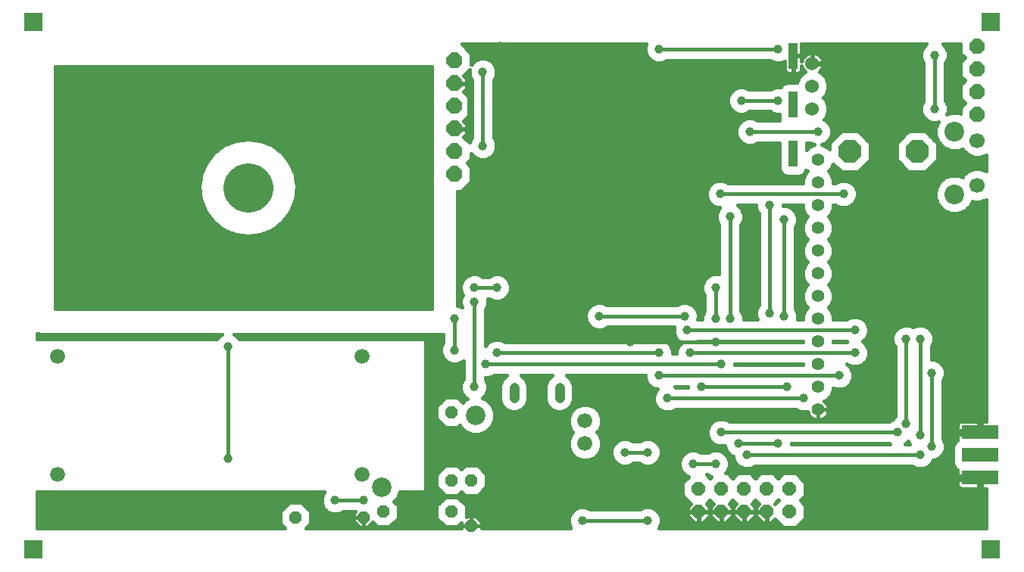
<source format=gtl>
G75*
G70*
%OFA0B0*%
%FSLAX24Y24*%
%IPPOS*%
%LPD*%
%AMOC8*
5,1,8,0,0,1.08239X$1,22.5*
%
%ADD10R,0.1600X0.0600*%
%ADD11C,0.0440*%
%ADD12OC8,0.0600*%
%ADD13C,0.0660*%
%ADD14C,0.0600*%
%ADD15OC8,0.0660*%
%ADD16OC8,0.0520*%
%ADD17R,0.0394X0.1181*%
%ADD18C,0.0860*%
%ADD19OC8,0.0700*%
%ADD20C,0.0560*%
%ADD21C,0.0866*%
%ADD22C,0.0669*%
%ADD23OC8,0.1000*%
%ADD24R,0.0787X0.0787*%
%ADD25C,0.0180*%
%ADD26C,0.0396*%
%ADD27C,0.0160*%
D10*
X042632Y007572D03*
X042632Y008572D03*
X042632Y009572D03*
D11*
X024132Y011102D02*
X024132Y011542D01*
X022132Y011542D02*
X022132Y011102D01*
D12*
X030257Y007072D03*
X031257Y007072D03*
X032257Y007072D03*
X033257Y007072D03*
X034257Y007072D03*
X034257Y006072D03*
X033257Y006072D03*
X032257Y006072D03*
X031257Y006072D03*
X030257Y006072D03*
D13*
X025257Y009072D03*
X025257Y010072D03*
X015436Y007716D03*
X015436Y012924D03*
X002044Y012924D03*
X002044Y007716D03*
D14*
X035257Y023822D03*
X035257Y024822D03*
X035257Y025822D03*
D15*
X042507Y025572D03*
X042507Y024572D03*
X042507Y023572D03*
X042507Y026572D03*
D16*
X019382Y010447D03*
X019382Y007447D03*
X020257Y007447D03*
X019382Y006072D03*
X020257Y005447D03*
X016382Y006072D03*
X015507Y005822D03*
X012507Y005822D03*
D17*
X034411Y021840D03*
X034411Y024005D03*
X034411Y026170D03*
D18*
X020452Y010323D03*
X016318Y007170D03*
D19*
X019507Y020947D03*
X019507Y021947D03*
X019507Y022947D03*
X019507Y023947D03*
X019507Y024947D03*
X019507Y025947D03*
D20*
X035507Y021572D03*
X035507Y020572D03*
X035507Y019572D03*
X035507Y018572D03*
X035507Y017572D03*
X035507Y016572D03*
X035507Y015572D03*
X035507Y014572D03*
X035507Y013572D03*
X035507Y012572D03*
X035507Y011572D03*
X035507Y010572D03*
D21*
X041523Y020069D03*
X041523Y022825D03*
D22*
X042507Y022432D03*
X042507Y020463D03*
D23*
X039862Y021947D03*
X036902Y021947D03*
D24*
X000974Y004415D03*
X000974Y027643D03*
X043100Y027643D03*
X043100Y004415D03*
D25*
X040007Y008572D02*
X032382Y008572D01*
X032007Y009072D02*
X033757Y009072D01*
X031239Y009572D02*
X039007Y009572D01*
X039382Y009947D02*
X039382Y013697D01*
X040007Y013697D02*
X040007Y009447D01*
X040507Y008947D02*
X040507Y012197D01*
X037132Y013072D02*
X029882Y013072D01*
X029757Y014072D02*
X037132Y014072D01*
X036444Y012072D02*
X028507Y012072D01*
X028882Y011072D02*
X034882Y011072D01*
X034132Y011572D02*
X030382Y011572D01*
X031257Y012572D02*
X020882Y012572D01*
X021382Y013072D02*
X028507Y013072D01*
X027234Y013550D02*
X031007Y013550D01*
X031007Y014572D02*
X031007Y015947D01*
X029632Y014697D02*
X025882Y014697D01*
X021382Y015947D02*
X020382Y015947D01*
X020382Y015322D02*
X020382Y011572D01*
X019507Y013197D02*
X019507Y014572D01*
X027007Y008697D02*
X028007Y008697D01*
X030007Y008197D02*
X031007Y008197D01*
X028007Y005697D02*
X025132Y005697D01*
X015507Y006572D02*
X014257Y006572D01*
X009547Y008413D02*
X009547Y013350D01*
X020757Y022197D02*
X020757Y025447D01*
X020132Y024947D02*
X020132Y023197D01*
X021507Y023947D02*
X021507Y026572D01*
X028507Y026447D02*
X033757Y026447D01*
X033757Y024197D02*
X032132Y024197D01*
X032507Y022822D02*
X035507Y022822D01*
X036632Y020072D02*
X031199Y020072D01*
X031632Y019072D02*
X031632Y014572D01*
X033382Y014822D02*
X033382Y019572D01*
X034007Y018947D02*
X034007Y014697D01*
X040632Y023822D02*
X040632Y026197D01*
D26*
X040632Y026197D03*
X040632Y023822D03*
X035507Y022822D03*
X033757Y024197D03*
X032132Y024197D03*
X032507Y022822D03*
X031199Y020072D03*
X031632Y019072D03*
X033382Y019572D03*
X034007Y018947D03*
X036632Y020072D03*
X041632Y018697D03*
X037132Y014072D03*
X037132Y013072D03*
X036444Y012072D03*
X034882Y011072D03*
X034132Y011572D03*
X031257Y012572D03*
X031007Y013550D03*
X029882Y013072D03*
X029757Y014072D03*
X029632Y014697D03*
X031007Y014572D03*
X031632Y014572D03*
X033382Y014822D03*
X034007Y014697D03*
X031007Y015947D03*
X027234Y013550D03*
X028507Y013072D03*
X028507Y012072D03*
X028882Y011072D03*
X030382Y011572D03*
X031239Y009572D03*
X032007Y009072D03*
X032382Y008572D03*
X031007Y008197D03*
X030007Y008197D03*
X028007Y008697D03*
X027007Y008697D03*
X028007Y005697D03*
X025132Y005697D03*
X033757Y009072D03*
X039007Y009572D03*
X039382Y009947D03*
X040007Y009447D03*
X040507Y008947D03*
X040007Y008572D03*
X040507Y012197D03*
X040007Y013697D03*
X039382Y013697D03*
X041632Y013697D03*
X025882Y014697D03*
X021382Y015947D03*
X020382Y015947D03*
X020382Y015322D03*
X019507Y014572D03*
X019507Y013197D03*
X020882Y012572D03*
X021382Y013072D03*
X020382Y011572D03*
X015507Y006572D03*
X014257Y006572D03*
X009547Y008413D03*
X009547Y013350D03*
X020757Y022197D03*
X020132Y023197D03*
X021507Y023947D03*
X020132Y024947D03*
X020757Y025447D03*
X021507Y026572D03*
X028507Y026447D03*
X033757Y026447D03*
D27*
X034392Y026152D02*
X034429Y026152D01*
X034429Y026189D01*
X034787Y026189D01*
X034787Y026679D01*
X040268Y026679D01*
X040125Y026536D01*
X040034Y026316D01*
X040034Y026078D01*
X040125Y025858D01*
X040142Y025841D01*
X040142Y024178D01*
X040125Y024161D01*
X040034Y023941D01*
X040034Y023703D01*
X040125Y023483D01*
X040293Y023315D01*
X040513Y023224D01*
X040751Y023224D01*
X040793Y023242D01*
X040690Y022991D01*
X040690Y022660D01*
X040816Y022353D01*
X041051Y022119D01*
X041357Y021992D01*
X041688Y021992D01*
X041864Y022065D01*
X041884Y022015D01*
X042091Y021809D01*
X042361Y021697D01*
X042653Y021697D01*
X042912Y021804D01*
X042912Y021090D01*
X042653Y021198D01*
X042361Y021198D01*
X042091Y021086D01*
X041884Y020879D01*
X041864Y020830D01*
X041688Y020902D01*
X041357Y020902D01*
X041051Y020776D01*
X040816Y020541D01*
X040690Y020235D01*
X040690Y019904D01*
X040816Y019597D01*
X041051Y019363D01*
X041357Y019236D01*
X041688Y019236D01*
X041994Y019363D01*
X042229Y019597D01*
X042294Y019756D01*
X042361Y019728D01*
X042653Y019728D01*
X042912Y019836D01*
X042912Y010052D01*
X042702Y010052D01*
X042702Y009642D01*
X042562Y009642D01*
X042562Y009502D01*
X041652Y009502D01*
X041652Y009249D01*
X041656Y009232D01*
X041605Y009211D01*
X041493Y009099D01*
X041432Y008952D01*
X041432Y008193D01*
X041493Y008046D01*
X041605Y007933D01*
X041656Y007912D01*
X041652Y007896D01*
X041652Y007642D01*
X042562Y007642D01*
X042562Y007502D01*
X042702Y007502D01*
X042702Y007092D01*
X042912Y007092D01*
X042912Y005367D01*
X028517Y005367D01*
X028605Y005578D01*
X028605Y005816D01*
X028514Y006036D01*
X028346Y006204D01*
X028126Y006295D01*
X027888Y006295D01*
X027668Y006204D01*
X027651Y006187D01*
X025488Y006187D01*
X025471Y006204D01*
X025251Y006295D01*
X025013Y006295D01*
X024793Y006204D01*
X024625Y006036D01*
X024534Y005816D01*
X024534Y005578D01*
X024621Y005367D01*
X020697Y005367D01*
X020697Y005447D01*
X020257Y005447D01*
X020257Y005447D01*
X020697Y005447D01*
X020697Y005630D01*
X020439Y005887D01*
X020257Y005887D01*
X020257Y005447D01*
X019817Y005447D01*
X019817Y005367D01*
X012985Y005367D01*
X013167Y005549D01*
X013167Y006096D01*
X012780Y006482D01*
X012233Y006482D01*
X011847Y006096D01*
X011847Y005549D01*
X012029Y005367D01*
X001139Y005367D01*
X001139Y006947D01*
X013786Y006947D01*
X013750Y006911D01*
X013659Y006691D01*
X013659Y006453D01*
X013750Y006233D01*
X013918Y006065D01*
X014138Y005974D01*
X014376Y005974D01*
X014596Y006065D01*
X014613Y006082D01*
X015145Y006082D01*
X015067Y006005D01*
X015067Y005822D01*
X015067Y005640D01*
X015325Y005382D01*
X015507Y005382D01*
X015689Y005382D01*
X015914Y005607D01*
X016108Y005412D01*
X016655Y005412D01*
X017042Y005799D01*
X017042Y006346D01*
X016855Y006533D01*
X017021Y006700D01*
X017124Y006947D01*
X018257Y006947D01*
X018257Y013697D01*
X010046Y013697D01*
X009886Y013857D01*
X009821Y013884D01*
X019017Y013884D01*
X019017Y013553D01*
X019000Y013536D01*
X018909Y013316D01*
X018909Y013078D01*
X019000Y012858D01*
X019168Y012690D01*
X019388Y012599D01*
X019626Y012599D01*
X019846Y012690D01*
X019892Y012736D01*
X019892Y011928D01*
X019875Y011911D01*
X019784Y011691D01*
X019784Y011453D01*
X019875Y011233D01*
X020043Y011065D01*
X020059Y011059D01*
X019982Y011027D01*
X019859Y010904D01*
X019655Y011107D01*
X019108Y011107D01*
X018722Y010721D01*
X018722Y010174D01*
X019108Y009787D01*
X019655Y009787D01*
X019740Y009872D01*
X019748Y009853D01*
X019982Y009620D01*
X020287Y009493D01*
X020617Y009493D01*
X020922Y009620D01*
X021155Y009853D01*
X021282Y010158D01*
X021282Y010488D01*
X021155Y010793D01*
X020922Y011027D01*
X020752Y011097D01*
X020889Y011233D01*
X020980Y011453D01*
X020980Y011691D01*
X020889Y011911D01*
X020872Y011928D01*
X020872Y011974D01*
X021001Y011974D01*
X021221Y012065D01*
X021238Y012082D01*
X021815Y012082D01*
X021781Y012068D01*
X021606Y011893D01*
X021512Y011666D01*
X021512Y010979D01*
X021606Y010751D01*
X021781Y010577D01*
X022008Y010482D01*
X022255Y010482D01*
X022483Y010577D01*
X022657Y010751D01*
X022752Y010979D01*
X022752Y011666D01*
X022657Y011893D01*
X022483Y012068D01*
X022448Y012082D01*
X023815Y012082D01*
X023781Y012068D01*
X023606Y011893D01*
X023512Y011666D01*
X023512Y010979D01*
X023606Y010751D01*
X023781Y010577D01*
X024008Y010482D01*
X024255Y010482D01*
X024483Y010577D01*
X024657Y010751D01*
X024752Y010979D01*
X024752Y011666D01*
X024657Y011893D01*
X024483Y012068D01*
X024448Y012082D01*
X027909Y012082D01*
X027909Y011953D01*
X028000Y011733D01*
X028168Y011565D01*
X028388Y011474D01*
X028438Y011474D01*
X028375Y011411D01*
X028284Y011191D01*
X028284Y010953D01*
X028375Y010733D01*
X028543Y010565D01*
X028763Y010474D01*
X029001Y010474D01*
X029221Y010565D01*
X029238Y010582D01*
X034526Y010582D01*
X034543Y010565D01*
X034763Y010474D01*
X035001Y010474D01*
X035053Y010496D01*
X035058Y010465D01*
X035081Y010396D01*
X035113Y010331D01*
X035156Y010273D01*
X035207Y010221D01*
X035266Y010179D01*
X035330Y010146D01*
X035399Y010124D01*
X035471Y010112D01*
X035507Y010112D01*
X035543Y010112D01*
X035615Y010124D01*
X035683Y010146D01*
X035748Y010179D01*
X035806Y010221D01*
X035858Y010273D01*
X035900Y010331D01*
X035933Y010396D01*
X035955Y010465D01*
X035967Y010536D01*
X035967Y010572D01*
X035507Y010572D01*
X035507Y010112D01*
X035507Y010572D01*
X035507Y010572D01*
X035507Y010572D01*
X035967Y010572D01*
X035967Y010608D01*
X035955Y010680D01*
X035933Y010749D01*
X035900Y010813D01*
X035858Y010872D01*
X035806Y010923D01*
X035774Y010947D01*
X035892Y010996D01*
X036083Y011187D01*
X036187Y011437D01*
X036187Y011531D01*
X036325Y011474D01*
X036563Y011474D01*
X036783Y011565D01*
X036951Y011733D01*
X037042Y011953D01*
X037042Y012191D01*
X036951Y012411D01*
X036799Y012563D01*
X037013Y012474D01*
X037251Y012474D01*
X037471Y012565D01*
X037639Y012733D01*
X037730Y012953D01*
X037730Y013191D01*
X037639Y013411D01*
X037478Y013572D01*
X037639Y013733D01*
X037730Y013953D01*
X037730Y014191D01*
X037639Y014411D01*
X037471Y014579D01*
X037251Y014670D01*
X037013Y014670D01*
X036793Y014579D01*
X036776Y014562D01*
X036187Y014562D01*
X036187Y014708D01*
X036083Y014957D01*
X035968Y015072D01*
X036083Y015187D01*
X036187Y015437D01*
X036187Y015708D01*
X036083Y015957D01*
X035968Y016072D01*
X036083Y016187D01*
X036187Y016437D01*
X036187Y016708D01*
X036083Y016957D01*
X035968Y017072D01*
X036083Y017187D01*
X036187Y017437D01*
X036187Y017708D01*
X036083Y017957D01*
X035968Y018072D01*
X036083Y018187D01*
X036187Y018437D01*
X036187Y018708D01*
X036083Y018957D01*
X035968Y019072D01*
X036083Y019187D01*
X036187Y019437D01*
X036187Y019582D01*
X036276Y019582D01*
X036293Y019565D01*
X036513Y019474D01*
X036751Y019474D01*
X036971Y019565D01*
X037139Y019733D01*
X037230Y019953D01*
X037230Y020191D01*
X037139Y020411D01*
X036971Y020579D01*
X036751Y020670D01*
X036513Y020670D01*
X036293Y020579D01*
X036276Y020562D01*
X036187Y020562D01*
X036187Y020708D01*
X036083Y020957D01*
X035968Y021072D01*
X036083Y021187D01*
X036173Y021403D01*
X036529Y021047D01*
X037275Y021047D01*
X037802Y021574D01*
X037802Y022320D01*
X037275Y022847D01*
X036529Y022847D01*
X036002Y022320D01*
X036002Y022039D01*
X035892Y022149D01*
X035668Y022242D01*
X035846Y022315D01*
X036014Y022483D01*
X036105Y022703D01*
X036105Y022941D01*
X036014Y023161D01*
X035846Y023329D01*
X035781Y023356D01*
X035850Y023426D01*
X035957Y023683D01*
X035957Y023961D01*
X035850Y024219D01*
X035747Y024322D01*
X035850Y024426D01*
X035957Y024683D01*
X035957Y024961D01*
X035850Y025219D01*
X035653Y025416D01*
X035564Y025452D01*
X035570Y025456D01*
X035623Y025510D01*
X035667Y025571D01*
X035702Y025638D01*
X035725Y025710D01*
X035737Y025784D01*
X035737Y025802D01*
X035277Y025802D01*
X035277Y025842D01*
X035737Y025842D01*
X035737Y025860D01*
X035725Y025935D01*
X035702Y026007D01*
X035667Y026074D01*
X035623Y026135D01*
X035570Y026188D01*
X035508Y026233D01*
X035441Y026267D01*
X035369Y026290D01*
X035295Y026302D01*
X035277Y026302D01*
X035277Y025842D01*
X035237Y025842D01*
X035237Y026302D01*
X035219Y026302D01*
X035144Y026290D01*
X035073Y026267D01*
X035005Y026233D01*
X034944Y026188D01*
X034891Y026135D01*
X034846Y026074D01*
X034812Y026007D01*
X034789Y025935D01*
X034787Y025927D01*
X034787Y026152D01*
X034429Y026152D01*
X034429Y025400D01*
X034631Y025400D01*
X034677Y025412D01*
X034718Y025436D01*
X034751Y025469D01*
X034775Y025510D01*
X034787Y025556D01*
X034787Y025717D01*
X034789Y025710D01*
X034812Y025638D01*
X034846Y025571D01*
X034891Y025510D01*
X034944Y025456D01*
X034949Y025452D01*
X034860Y025416D01*
X034663Y025219D01*
X034571Y024996D01*
X034134Y024996D01*
X033987Y024935D01*
X033875Y024822D01*
X033864Y024795D01*
X033638Y024795D01*
X033418Y024704D01*
X033401Y024687D01*
X032488Y024687D01*
X032471Y024704D01*
X032251Y024795D01*
X032013Y024795D01*
X031793Y024704D01*
X031625Y024536D01*
X031534Y024316D01*
X031534Y024078D01*
X031625Y023858D01*
X031793Y023690D01*
X032013Y023599D01*
X032251Y023599D01*
X032471Y023690D01*
X032488Y023707D01*
X033401Y023707D01*
X033418Y023690D01*
X033638Y023599D01*
X033814Y023599D01*
X033814Y023335D01*
X033823Y023312D01*
X032863Y023312D01*
X032846Y023329D01*
X032626Y023420D01*
X032388Y023420D01*
X032168Y023329D01*
X032000Y023161D01*
X031909Y022941D01*
X031909Y022703D01*
X032000Y022483D01*
X032168Y022315D01*
X032388Y022224D01*
X032626Y022224D01*
X032846Y022315D01*
X032863Y022332D01*
X033814Y022332D01*
X033814Y021170D01*
X033875Y021023D01*
X033987Y020910D01*
X034134Y020849D01*
X034687Y020849D01*
X034834Y020910D01*
X034947Y021023D01*
X034990Y021127D01*
X035045Y021072D01*
X034930Y020957D01*
X034827Y020708D01*
X034827Y020562D01*
X031555Y020562D01*
X031538Y020579D01*
X031318Y020670D01*
X031080Y020670D01*
X030860Y020579D01*
X030692Y020411D01*
X030601Y020191D01*
X030601Y019953D01*
X030692Y019733D01*
X030860Y019565D01*
X031080Y019474D01*
X031188Y019474D01*
X031125Y019411D01*
X031034Y019191D01*
X031034Y018953D01*
X031125Y018733D01*
X031142Y018716D01*
X031142Y016539D01*
X031126Y016545D01*
X030888Y016545D01*
X030668Y016454D01*
X030500Y016286D01*
X030409Y016066D01*
X030409Y015828D01*
X030500Y015608D01*
X030517Y015591D01*
X030517Y014928D01*
X030500Y014911D01*
X030409Y014691D01*
X030409Y014562D01*
X030223Y014562D01*
X030230Y014578D01*
X030230Y014816D01*
X030139Y015036D01*
X029971Y015204D01*
X029751Y015295D01*
X029513Y015295D01*
X029293Y015204D01*
X029276Y015187D01*
X026238Y015187D01*
X026221Y015204D01*
X026001Y015295D01*
X025763Y015295D01*
X025543Y015204D01*
X025375Y015036D01*
X025284Y014816D01*
X025284Y014578D01*
X025375Y014358D01*
X025543Y014190D01*
X025763Y014099D01*
X026001Y014099D01*
X026221Y014190D01*
X026238Y014207D01*
X029165Y014207D01*
X029159Y014191D01*
X029159Y013953D01*
X029250Y013733D01*
X029418Y013565D01*
X029496Y013533D01*
X029375Y013411D01*
X029284Y013191D01*
X029284Y013062D01*
X029105Y013062D01*
X029105Y013191D01*
X029014Y013411D01*
X028846Y013579D01*
X028626Y013670D01*
X028388Y013670D01*
X028168Y013579D01*
X028151Y013562D01*
X021738Y013562D01*
X021721Y013579D01*
X021501Y013670D01*
X021263Y013670D01*
X021043Y013579D01*
X020875Y013411D01*
X020872Y013404D01*
X020872Y014966D01*
X020889Y014983D01*
X020980Y015203D01*
X020980Y015441D01*
X020973Y015457D01*
X021026Y015457D01*
X021043Y015440D01*
X021263Y015349D01*
X021501Y015349D01*
X021721Y015440D01*
X021889Y015608D01*
X021980Y015828D01*
X021980Y016066D01*
X021889Y016286D01*
X021721Y016454D01*
X021501Y016545D01*
X021263Y016545D01*
X021043Y016454D01*
X021026Y016437D01*
X020738Y016437D01*
X020721Y016454D01*
X020501Y016545D01*
X020263Y016545D01*
X020043Y016454D01*
X019875Y016286D01*
X019784Y016066D01*
X019784Y015828D01*
X019864Y015635D01*
X019784Y015441D01*
X019784Y015203D01*
X019833Y015085D01*
X019655Y015158D01*
X019655Y020197D01*
X019817Y020197D01*
X020257Y020637D01*
X020257Y021258D01*
X020067Y021447D01*
X020257Y021637D01*
X020257Y021851D01*
X020418Y021690D01*
X020638Y021599D01*
X020876Y021599D01*
X021096Y021690D01*
X021264Y021858D01*
X021355Y022078D01*
X021355Y022316D01*
X021264Y022536D01*
X021247Y022553D01*
X021247Y025091D01*
X021264Y025108D01*
X021355Y025328D01*
X021355Y025566D01*
X021264Y025786D01*
X021096Y025954D01*
X020876Y026045D01*
X020638Y026045D01*
X020418Y025954D01*
X020257Y025793D01*
X020257Y026258D01*
X019835Y026679D01*
X027956Y026679D01*
X027909Y026566D01*
X027909Y026328D01*
X028000Y026108D01*
X028168Y025940D01*
X028388Y025849D01*
X028626Y025849D01*
X028846Y025940D01*
X028863Y025957D01*
X033401Y025957D01*
X033418Y025940D01*
X033638Y025849D01*
X033876Y025849D01*
X034034Y025915D01*
X034034Y025556D01*
X034046Y025510D01*
X034070Y025469D01*
X034103Y025436D01*
X034144Y025412D01*
X034190Y025400D01*
X034392Y025400D01*
X034392Y026152D01*
X034392Y026114D02*
X034429Y026114D01*
X034429Y025955D02*
X034392Y025955D01*
X034392Y025797D02*
X034429Y025797D01*
X034429Y025638D02*
X034392Y025638D01*
X034392Y025480D02*
X034429Y025480D01*
X034758Y025480D02*
X034920Y025480D01*
X034812Y025638D02*
X034787Y025638D01*
X034787Y025955D02*
X034795Y025955D01*
X034787Y026114D02*
X034875Y026114D01*
X034787Y026272D02*
X035089Y026272D01*
X035237Y026272D02*
X035277Y026272D01*
X035425Y026272D02*
X040034Y026272D01*
X040034Y026114D02*
X035638Y026114D01*
X035718Y025955D02*
X040085Y025955D01*
X040142Y025797D02*
X035737Y025797D01*
X035702Y025638D02*
X040142Y025638D01*
X040142Y025480D02*
X035593Y025480D01*
X035748Y025321D02*
X040142Y025321D01*
X040142Y025163D02*
X035873Y025163D01*
X035939Y025004D02*
X040142Y025004D01*
X040142Y024846D02*
X035957Y024846D01*
X035957Y024687D02*
X040142Y024687D01*
X040142Y024529D02*
X035893Y024529D01*
X035795Y024370D02*
X040142Y024370D01*
X040142Y024212D02*
X035853Y024212D01*
X035919Y024053D02*
X040080Y024053D01*
X040034Y023895D02*
X035957Y023895D01*
X035957Y023736D02*
X040034Y023736D01*
X040086Y023578D02*
X035913Y023578D01*
X035844Y023419D02*
X040189Y023419D01*
X040424Y023261D02*
X035914Y023261D01*
X036038Y023102D02*
X040736Y023102D01*
X040690Y022944D02*
X036104Y022944D01*
X036105Y022785D02*
X036467Y022785D01*
X036309Y022627D02*
X036073Y022627D01*
X035999Y022468D02*
X036150Y022468D01*
X036002Y022310D02*
X035833Y022310D01*
X035886Y022151D02*
X036002Y022151D01*
X035346Y022242D02*
X035122Y022149D01*
X035007Y022035D01*
X035007Y022332D01*
X035151Y022332D01*
X035168Y022315D01*
X035346Y022242D01*
X035181Y022310D02*
X035007Y022310D01*
X035007Y022151D02*
X035128Y022151D01*
X036154Y021359D02*
X036217Y021359D01*
X036089Y021200D02*
X036376Y021200D01*
X035999Y021042D02*
X042047Y021042D01*
X041888Y020883D02*
X041734Y020883D01*
X041311Y020883D02*
X036114Y020883D01*
X036180Y020725D02*
X041000Y020725D01*
X040841Y020566D02*
X036984Y020566D01*
X037140Y020408D02*
X040761Y020408D01*
X040695Y020249D02*
X037206Y020249D01*
X037230Y020091D02*
X040690Y020091D01*
X040690Y019932D02*
X037221Y019932D01*
X037156Y019774D02*
X040743Y019774D01*
X040809Y019615D02*
X037021Y019615D01*
X036187Y019457D02*
X040957Y019457D01*
X041207Y019298D02*
X036129Y019298D01*
X036036Y019140D02*
X042912Y019140D01*
X042912Y019298D02*
X041838Y019298D01*
X042088Y019457D02*
X042912Y019457D01*
X042912Y019615D02*
X042236Y019615D01*
X042763Y019774D02*
X042912Y019774D01*
X042912Y018981D02*
X036059Y018981D01*
X036139Y018823D02*
X042912Y018823D01*
X042912Y018664D02*
X036187Y018664D01*
X036187Y018506D02*
X042912Y018506D01*
X042912Y018347D02*
X036150Y018347D01*
X036084Y018189D02*
X042912Y018189D01*
X042912Y018030D02*
X036010Y018030D01*
X036119Y017872D02*
X042912Y017872D01*
X042912Y017713D02*
X036184Y017713D01*
X036187Y017555D02*
X042912Y017555D01*
X042912Y017396D02*
X036170Y017396D01*
X036104Y017238D02*
X042912Y017238D01*
X042912Y017079D02*
X035976Y017079D01*
X036098Y016921D02*
X042912Y016921D01*
X042912Y016762D02*
X036164Y016762D01*
X036187Y016604D02*
X042912Y016604D01*
X042912Y016445D02*
X036187Y016445D01*
X036125Y016287D02*
X042912Y016287D01*
X042912Y016128D02*
X036025Y016128D01*
X036071Y015970D02*
X042912Y015970D01*
X042912Y015811D02*
X036144Y015811D01*
X036187Y015653D02*
X042912Y015653D01*
X042912Y015494D02*
X036187Y015494D01*
X036145Y015336D02*
X042912Y015336D01*
X042912Y015177D02*
X036074Y015177D01*
X036022Y015019D02*
X042912Y015019D01*
X042912Y014860D02*
X036124Y014860D01*
X036187Y014702D02*
X042912Y014702D01*
X042912Y014543D02*
X037507Y014543D01*
X037650Y014385D02*
X042912Y014385D01*
X042912Y014226D02*
X040293Y014226D01*
X040346Y014204D02*
X040126Y014295D01*
X039888Y014295D01*
X039694Y014215D01*
X039501Y014295D01*
X039263Y014295D01*
X039043Y014204D01*
X038875Y014036D01*
X038784Y013816D01*
X038784Y013578D01*
X038875Y013358D01*
X038892Y013341D01*
X038892Y010303D01*
X038875Y010286D01*
X038814Y010140D01*
X038668Y010079D01*
X038651Y010062D01*
X031595Y010062D01*
X031578Y010079D01*
X031358Y010170D01*
X031120Y010170D01*
X030900Y010079D01*
X030732Y009911D01*
X030641Y009691D01*
X030641Y009453D01*
X030732Y009233D01*
X030900Y009065D01*
X031120Y008974D01*
X031358Y008974D01*
X031409Y008995D01*
X031409Y008953D01*
X031500Y008733D01*
X031668Y008565D01*
X031784Y008517D01*
X031784Y008453D01*
X031875Y008233D01*
X032043Y008065D01*
X032263Y007974D01*
X032501Y007974D01*
X032721Y008065D01*
X032738Y008082D01*
X039651Y008082D01*
X039668Y008065D01*
X039888Y007974D01*
X040126Y007974D01*
X040346Y008065D01*
X040514Y008233D01*
X040562Y008349D01*
X040626Y008349D01*
X040846Y008440D01*
X041014Y008608D01*
X041105Y008828D01*
X041105Y009066D01*
X041014Y009286D01*
X040997Y009303D01*
X040997Y011841D01*
X041014Y011858D01*
X041105Y012078D01*
X041105Y012316D01*
X041014Y012536D01*
X040846Y012704D01*
X040626Y012795D01*
X040497Y012795D01*
X040497Y013341D01*
X040514Y013358D01*
X040605Y013578D01*
X040605Y013816D01*
X040514Y014036D01*
X040346Y014204D01*
X040482Y014068D02*
X042912Y014068D01*
X042912Y013909D02*
X040566Y013909D01*
X040605Y013751D02*
X042912Y013751D01*
X042912Y013592D02*
X040605Y013592D01*
X040545Y013434D02*
X042912Y013434D01*
X042912Y013275D02*
X040497Y013275D01*
X040497Y013117D02*
X042912Y013117D01*
X042912Y012958D02*
X040497Y012958D01*
X040497Y012800D02*
X042912Y012800D01*
X042912Y012641D02*
X040909Y012641D01*
X041036Y012483D02*
X042912Y012483D01*
X042912Y012324D02*
X041102Y012324D01*
X041105Y012166D02*
X042912Y012166D01*
X042912Y012007D02*
X041076Y012007D01*
X041004Y011849D02*
X042912Y011849D01*
X042912Y011690D02*
X040997Y011690D01*
X040997Y011532D02*
X042912Y011532D01*
X042912Y011373D02*
X040997Y011373D01*
X040997Y011215D02*
X042912Y011215D01*
X042912Y011056D02*
X040997Y011056D01*
X040997Y010898D02*
X042912Y010898D01*
X042912Y010739D02*
X040997Y010739D01*
X040997Y010581D02*
X042912Y010581D01*
X042912Y010422D02*
X040997Y010422D01*
X040997Y010264D02*
X042912Y010264D01*
X042912Y010105D02*
X040997Y010105D01*
X040997Y009947D02*
X041667Y009947D01*
X041664Y009942D02*
X041652Y009896D01*
X041652Y009642D01*
X042562Y009642D01*
X042562Y010052D01*
X041808Y010052D01*
X041762Y010040D01*
X041721Y010016D01*
X041688Y009983D01*
X041664Y009942D01*
X041652Y009788D02*
X040997Y009788D01*
X040997Y009630D02*
X042562Y009630D01*
X042562Y009788D02*
X042702Y009788D01*
X042702Y009947D02*
X042562Y009947D01*
X041652Y009471D02*
X040997Y009471D01*
X040997Y009313D02*
X041652Y009313D01*
X041548Y009154D02*
X041068Y009154D01*
X041105Y008996D02*
X041450Y008996D01*
X041432Y008837D02*
X041105Y008837D01*
X041043Y008679D02*
X041432Y008679D01*
X041432Y008520D02*
X040926Y008520D01*
X040656Y008362D02*
X041432Y008362D01*
X041432Y008203D02*
X040484Y008203D01*
X040296Y008045D02*
X041494Y008045D01*
X041652Y007886D02*
X031525Y007886D01*
X031514Y007858D02*
X031605Y008078D01*
X031605Y008316D01*
X031514Y008536D01*
X031346Y008704D01*
X031126Y008795D01*
X030888Y008795D01*
X030668Y008704D01*
X030651Y008687D01*
X030363Y008687D01*
X030346Y008704D01*
X030126Y008795D01*
X029888Y008795D01*
X029668Y008704D01*
X029500Y008536D01*
X029409Y008316D01*
X029409Y008078D01*
X029500Y007858D01*
X029668Y007690D01*
X029821Y007627D01*
X029557Y007362D01*
X029557Y006782D01*
X029922Y006417D01*
X029777Y006271D01*
X029777Y006092D01*
X030237Y006092D01*
X030237Y006052D01*
X030277Y006052D01*
X030277Y006092D01*
X030737Y006092D01*
X030737Y006271D01*
X030591Y006417D01*
X030757Y006582D01*
X030922Y006417D01*
X030777Y006271D01*
X030777Y006092D01*
X031237Y006092D01*
X031237Y006052D01*
X031277Y006052D01*
X031277Y006092D01*
X031737Y006092D01*
X031737Y006271D01*
X031591Y006417D01*
X031757Y006582D01*
X031922Y006417D01*
X031777Y006271D01*
X031777Y006092D01*
X032237Y006092D01*
X032237Y006052D01*
X032277Y006052D01*
X032277Y006092D01*
X032737Y006092D01*
X032737Y006271D01*
X032591Y006417D01*
X032757Y006582D01*
X032922Y006417D01*
X032777Y006271D01*
X032777Y006092D01*
X033237Y006092D01*
X033237Y006052D01*
X033277Y006052D01*
X033277Y005592D01*
X033456Y005592D01*
X033601Y005738D01*
X033967Y005372D01*
X034547Y005372D01*
X034957Y005782D01*
X034957Y006362D01*
X034747Y006572D01*
X034957Y006782D01*
X034957Y007362D01*
X034547Y007772D01*
X033967Y007772D01*
X033757Y007562D01*
X033547Y007772D01*
X032967Y007772D01*
X032757Y007562D01*
X032547Y007772D01*
X031967Y007772D01*
X031757Y007562D01*
X031547Y007772D01*
X031428Y007772D01*
X031514Y007858D01*
X031591Y007728D02*
X031922Y007728D01*
X031764Y007569D02*
X031750Y007569D01*
X031591Y008045D02*
X032092Y008045D01*
X031905Y008203D02*
X031605Y008203D01*
X031586Y008362D02*
X031822Y008362D01*
X031776Y008520D02*
X031520Y008520D01*
X031554Y008679D02*
X031371Y008679D01*
X031457Y008837D02*
X028596Y008837D01*
X028605Y008816D02*
X028514Y009036D01*
X028346Y009204D01*
X028126Y009295D01*
X027888Y009295D01*
X027668Y009204D01*
X027651Y009187D01*
X027363Y009187D01*
X027346Y009204D01*
X027126Y009295D01*
X026888Y009295D01*
X026668Y009204D01*
X026500Y009036D01*
X026409Y008816D01*
X026409Y008578D01*
X026500Y008358D01*
X026668Y008190D01*
X026888Y008099D01*
X027126Y008099D01*
X027346Y008190D01*
X027363Y008207D01*
X027651Y008207D01*
X027668Y008190D01*
X027888Y008099D01*
X028126Y008099D01*
X028346Y008190D01*
X028514Y008358D01*
X028605Y008578D01*
X028605Y008816D01*
X028605Y008679D02*
X029642Y008679D01*
X029493Y008520D02*
X028581Y008520D01*
X028515Y008362D02*
X029428Y008362D01*
X029409Y008203D02*
X028359Y008203D01*
X027655Y008203D02*
X027359Y008203D01*
X026655Y008203D02*
X018257Y008203D01*
X018257Y008045D02*
X019046Y008045D01*
X019108Y008107D02*
X018722Y007721D01*
X018722Y007174D01*
X019108Y006787D01*
X019655Y006787D01*
X019819Y006951D01*
X019983Y006787D01*
X020530Y006787D01*
X020917Y007174D01*
X020917Y007721D01*
X020530Y008107D01*
X019983Y008107D01*
X019819Y007943D01*
X019655Y008107D01*
X019108Y008107D01*
X018887Y007886D02*
X018257Y007886D01*
X018257Y007728D02*
X018729Y007728D01*
X018722Y007569D02*
X018257Y007569D01*
X018257Y007411D02*
X018722Y007411D01*
X018722Y007252D02*
X018257Y007252D01*
X018257Y007094D02*
X018802Y007094D01*
X018960Y006935D02*
X017119Y006935D01*
X017053Y006777D02*
X029562Y006777D01*
X029557Y006935D02*
X020678Y006935D01*
X020837Y007094D02*
X029557Y007094D01*
X029557Y007252D02*
X020917Y007252D01*
X020917Y007411D02*
X029605Y007411D01*
X029764Y007569D02*
X020917Y007569D01*
X020910Y007728D02*
X029630Y007728D01*
X029488Y007886D02*
X020751Y007886D01*
X020593Y008045D02*
X029423Y008045D01*
X030612Y007707D02*
X030757Y007562D01*
X030821Y007627D01*
X030668Y007690D01*
X030651Y007707D01*
X030612Y007707D01*
X030750Y007569D02*
X030764Y007569D01*
X029721Y006618D02*
X019769Y006618D01*
X019655Y006732D02*
X020042Y006346D01*
X020042Y005855D01*
X020075Y005887D01*
X020257Y005887D01*
X020257Y005447D01*
X020257Y005447D01*
X020257Y005447D01*
X019817Y005447D01*
X019817Y005574D01*
X019655Y005412D01*
X019108Y005412D01*
X018722Y005799D01*
X018722Y006346D01*
X019108Y006732D01*
X019655Y006732D01*
X019803Y006935D02*
X019835Y006935D01*
X019928Y006460D02*
X029879Y006460D01*
X029807Y006301D02*
X020042Y006301D01*
X020042Y006143D02*
X024731Y006143D01*
X024603Y005984D02*
X020042Y005984D01*
X020257Y005826D02*
X020257Y005826D01*
X020257Y005667D02*
X020257Y005667D01*
X020257Y005509D02*
X020257Y005509D01*
X020501Y005826D02*
X024538Y005826D01*
X024534Y005667D02*
X020659Y005667D01*
X020697Y005509D02*
X024563Y005509D01*
X028407Y006143D02*
X029777Y006143D01*
X029777Y006052D02*
X029777Y005873D01*
X030058Y005592D01*
X030237Y005592D01*
X030237Y006052D01*
X029777Y006052D01*
X029777Y005984D02*
X028535Y005984D01*
X028601Y005826D02*
X029824Y005826D01*
X029983Y005667D02*
X028605Y005667D01*
X028576Y005509D02*
X033830Y005509D01*
X033672Y005667D02*
X033531Y005667D01*
X033277Y005667D02*
X033237Y005667D01*
X033237Y005592D02*
X033058Y005592D01*
X032777Y005873D01*
X032777Y006052D01*
X033237Y006052D01*
X033237Y005592D01*
X033237Y005826D02*
X033277Y005826D01*
X033277Y005984D02*
X033237Y005984D01*
X032983Y005667D02*
X032531Y005667D01*
X032456Y005592D02*
X032737Y005873D01*
X032737Y006052D01*
X032277Y006052D01*
X032277Y005592D01*
X032456Y005592D01*
X032277Y005667D02*
X032237Y005667D01*
X032237Y005592D02*
X032058Y005592D01*
X031777Y005873D01*
X031777Y006052D01*
X032237Y006052D01*
X032237Y005592D01*
X032237Y005826D02*
X032277Y005826D01*
X032277Y005984D02*
X032237Y005984D01*
X031983Y005667D02*
X031531Y005667D01*
X031456Y005592D02*
X031737Y005873D01*
X031737Y006052D01*
X031277Y006052D01*
X031277Y005592D01*
X031456Y005592D01*
X031277Y005667D02*
X031237Y005667D01*
X031237Y005592D02*
X031237Y006052D01*
X030777Y006052D01*
X030777Y005873D01*
X031058Y005592D01*
X031237Y005592D01*
X031237Y005826D02*
X031277Y005826D01*
X031277Y005984D02*
X031237Y005984D01*
X030983Y005667D02*
X030531Y005667D01*
X030456Y005592D02*
X030737Y005873D01*
X030737Y006052D01*
X030277Y006052D01*
X030277Y005592D01*
X030456Y005592D01*
X030277Y005667D02*
X030237Y005667D01*
X030237Y005826D02*
X030277Y005826D01*
X030277Y005984D02*
X030237Y005984D01*
X030689Y005826D02*
X030824Y005826D01*
X030777Y005984D02*
X030737Y005984D01*
X030737Y006143D02*
X030777Y006143D01*
X030807Y006301D02*
X030707Y006301D01*
X030634Y006460D02*
X030879Y006460D01*
X031634Y006460D02*
X031879Y006460D01*
X031807Y006301D02*
X031707Y006301D01*
X031737Y006143D02*
X031777Y006143D01*
X031777Y005984D02*
X031737Y005984D01*
X031689Y005826D02*
X031824Y005826D01*
X032689Y005826D02*
X032824Y005826D01*
X032777Y005984D02*
X032737Y005984D01*
X032737Y006143D02*
X032777Y006143D01*
X032807Y006301D02*
X032707Y006301D01*
X032634Y006460D02*
X032879Y006460D01*
X033591Y006417D02*
X033757Y006582D01*
X033767Y006572D01*
X033601Y006407D01*
X033591Y006417D01*
X033634Y006460D02*
X033654Y006460D01*
X034793Y006618D02*
X042912Y006618D01*
X042912Y006460D02*
X034859Y006460D01*
X034957Y006301D02*
X042912Y006301D01*
X042912Y006143D02*
X034957Y006143D01*
X034957Y005984D02*
X042912Y005984D01*
X042912Y005826D02*
X034957Y005826D01*
X034842Y005667D02*
X042912Y005667D01*
X042912Y005509D02*
X034683Y005509D01*
X034951Y006777D02*
X042912Y006777D01*
X042912Y006935D02*
X034957Y006935D01*
X034957Y007094D02*
X041802Y007094D01*
X041808Y007092D02*
X042562Y007092D01*
X042562Y007502D01*
X041652Y007502D01*
X041652Y007249D01*
X041664Y007203D01*
X041688Y007162D01*
X041721Y007128D01*
X041762Y007105D01*
X041808Y007092D01*
X041652Y007252D02*
X034957Y007252D01*
X034908Y007411D02*
X041652Y007411D01*
X041652Y007728D02*
X034591Y007728D01*
X034750Y007569D02*
X042562Y007569D01*
X042562Y007411D02*
X042702Y007411D01*
X042702Y007252D02*
X042562Y007252D01*
X042562Y007094D02*
X042702Y007094D01*
X039717Y008045D02*
X032671Y008045D01*
X032591Y007728D02*
X032922Y007728D01*
X032764Y007569D02*
X032750Y007569D01*
X033591Y007728D02*
X033922Y007728D01*
X033764Y007569D02*
X033750Y007569D01*
X034355Y009062D02*
X034355Y009082D01*
X038651Y009082D01*
X038668Y009065D01*
X038675Y009062D01*
X034355Y009062D01*
X035165Y010264D02*
X025968Y010264D01*
X025987Y010217D02*
X025876Y010486D01*
X025670Y010691D01*
X025402Y010802D01*
X025112Y010802D01*
X024843Y010691D01*
X024638Y010486D01*
X024527Y010217D01*
X024527Y009927D01*
X024638Y009659D01*
X024724Y009572D01*
X024638Y009486D01*
X024527Y009217D01*
X024527Y008927D01*
X024638Y008659D01*
X024843Y008453D01*
X025112Y008342D01*
X025402Y008342D01*
X025670Y008453D01*
X025876Y008659D01*
X025987Y008927D01*
X025987Y009217D01*
X025876Y009486D01*
X025789Y009572D01*
X025876Y009659D01*
X025987Y009927D01*
X025987Y010217D01*
X025987Y010105D02*
X030963Y010105D01*
X030768Y009947D02*
X025987Y009947D01*
X025929Y009788D02*
X030681Y009788D01*
X030641Y009630D02*
X025847Y009630D01*
X025882Y009471D02*
X030641Y009471D01*
X030699Y009313D02*
X025947Y009313D01*
X025987Y009154D02*
X026618Y009154D01*
X026483Y008996D02*
X025987Y008996D01*
X025950Y008837D02*
X026417Y008837D01*
X026409Y008679D02*
X025884Y008679D01*
X025737Y008520D02*
X026433Y008520D01*
X026498Y008362D02*
X025449Y008362D01*
X025064Y008362D02*
X018257Y008362D01*
X018257Y008520D02*
X024776Y008520D01*
X024630Y008679D02*
X018257Y008679D01*
X018257Y008837D02*
X024564Y008837D01*
X024527Y008996D02*
X018257Y008996D01*
X018257Y009154D02*
X024527Y009154D01*
X024566Y009313D02*
X018257Y009313D01*
X018257Y009471D02*
X024632Y009471D01*
X024667Y009630D02*
X020932Y009630D01*
X021091Y009788D02*
X024584Y009788D01*
X024527Y009947D02*
X021194Y009947D01*
X021260Y010105D02*
X024527Y010105D01*
X024546Y010264D02*
X021282Y010264D01*
X021282Y010422D02*
X024612Y010422D01*
X024733Y010581D02*
X024487Y010581D01*
X024646Y010739D02*
X024960Y010739D01*
X024718Y010898D02*
X028307Y010898D01*
X028284Y011056D02*
X024752Y011056D01*
X024752Y011215D02*
X028293Y011215D01*
X028359Y011373D02*
X024752Y011373D01*
X024752Y011532D02*
X028249Y011532D01*
X028043Y011690D02*
X024742Y011690D01*
X024676Y011849D02*
X027952Y011849D01*
X027909Y012007D02*
X024544Y012007D01*
X023720Y012007D02*
X022544Y012007D01*
X022676Y011849D02*
X023588Y011849D01*
X023522Y011690D02*
X022742Y011690D01*
X022752Y011532D02*
X023512Y011532D01*
X023512Y011373D02*
X022752Y011373D01*
X022752Y011215D02*
X023512Y011215D01*
X023512Y011056D02*
X022752Y011056D01*
X022718Y010898D02*
X023545Y010898D01*
X023618Y010739D02*
X022646Y010739D01*
X022487Y010581D02*
X023776Y010581D01*
X025554Y010739D02*
X028372Y010739D01*
X028527Y010581D02*
X025781Y010581D01*
X025902Y010422D02*
X035072Y010422D01*
X035507Y010422D02*
X035507Y010422D01*
X035507Y010264D02*
X035507Y010264D01*
X035849Y010264D02*
X038866Y010264D01*
X038892Y010422D02*
X035942Y010422D01*
X035967Y010581D02*
X038892Y010581D01*
X038892Y010739D02*
X035936Y010739D01*
X035832Y010898D02*
X038892Y010898D01*
X038892Y011056D02*
X035953Y011056D01*
X036095Y011215D02*
X038892Y011215D01*
X038892Y011373D02*
X036160Y011373D01*
X036702Y011532D02*
X038892Y011532D01*
X038892Y011690D02*
X036908Y011690D01*
X036999Y011849D02*
X038892Y011849D01*
X038892Y012007D02*
X037042Y012007D01*
X037042Y012166D02*
X038892Y012166D01*
X038892Y012324D02*
X036987Y012324D01*
X036992Y012483D02*
X036879Y012483D01*
X036776Y012582D02*
X036776Y012582D01*
X036776Y012582D01*
X036776Y012582D01*
X037272Y012483D02*
X038892Y012483D01*
X038892Y012641D02*
X037547Y012641D01*
X037666Y012800D02*
X038892Y012800D01*
X038892Y012958D02*
X037730Y012958D01*
X037730Y013117D02*
X038892Y013117D01*
X038892Y013275D02*
X037695Y013275D01*
X037616Y013434D02*
X038844Y013434D01*
X038784Y013592D02*
X037498Y013592D01*
X037646Y013751D02*
X038784Y013751D01*
X038822Y013909D02*
X037712Y013909D01*
X037730Y014068D02*
X038906Y014068D01*
X039096Y014226D02*
X037715Y014226D01*
X036786Y013572D02*
X036776Y013562D01*
X036187Y013562D01*
X036187Y013582D01*
X036776Y013582D01*
X036786Y013572D01*
X034827Y014708D02*
X034930Y014957D01*
X035045Y015072D01*
X034930Y015187D01*
X034827Y015437D01*
X034827Y015708D01*
X034930Y015957D01*
X035045Y016072D01*
X034930Y016187D01*
X034827Y016437D01*
X034827Y016708D01*
X034930Y016957D01*
X035045Y017072D01*
X034930Y017187D01*
X034827Y017437D01*
X034827Y017708D01*
X034930Y017957D01*
X035045Y018072D01*
X034930Y018187D01*
X034827Y018437D01*
X034827Y018708D01*
X034930Y018957D01*
X035045Y019072D01*
X034930Y019187D01*
X034827Y019437D01*
X034827Y019582D01*
X033980Y019582D01*
X033980Y019545D01*
X034126Y019545D01*
X034346Y019454D01*
X034514Y019286D01*
X034605Y019066D01*
X034605Y018828D01*
X034514Y018608D01*
X034497Y018591D01*
X034497Y015053D01*
X034514Y015036D01*
X034605Y014816D01*
X034605Y014578D01*
X034598Y014562D01*
X034827Y014562D01*
X034827Y014708D01*
X034827Y014702D02*
X034605Y014702D01*
X034587Y014860D02*
X034890Y014860D01*
X034992Y015019D02*
X034521Y015019D01*
X034497Y015177D02*
X034940Y015177D01*
X034869Y015336D02*
X034497Y015336D01*
X034497Y015494D02*
X034827Y015494D01*
X034827Y015653D02*
X034497Y015653D01*
X034497Y015811D02*
X034870Y015811D01*
X034943Y015970D02*
X034497Y015970D01*
X034497Y016128D02*
X034989Y016128D01*
X034889Y016287D02*
X034497Y016287D01*
X034497Y016445D02*
X034827Y016445D01*
X034827Y016604D02*
X034497Y016604D01*
X034497Y016762D02*
X034850Y016762D01*
X034915Y016921D02*
X034497Y016921D01*
X034497Y017079D02*
X035038Y017079D01*
X034909Y017238D02*
X034497Y017238D01*
X034497Y017396D02*
X034844Y017396D01*
X034827Y017555D02*
X034497Y017555D01*
X034497Y017713D02*
X034829Y017713D01*
X034895Y017872D02*
X034497Y017872D01*
X034497Y018030D02*
X035003Y018030D01*
X034930Y018189D02*
X034497Y018189D01*
X034497Y018347D02*
X034864Y018347D01*
X034827Y018506D02*
X034497Y018506D01*
X034537Y018664D02*
X034827Y018664D01*
X034875Y018823D02*
X034603Y018823D01*
X034605Y018981D02*
X034954Y018981D01*
X034978Y019140D02*
X034574Y019140D01*
X034502Y019298D02*
X034884Y019298D01*
X034827Y019457D02*
X034340Y019457D01*
X032892Y019216D02*
X032892Y015178D01*
X032875Y015161D01*
X032784Y014941D01*
X032784Y014703D01*
X032842Y014562D01*
X032230Y014562D01*
X032230Y014691D01*
X032139Y014911D01*
X032122Y014928D01*
X032122Y018716D01*
X032139Y018733D01*
X032230Y018953D01*
X032230Y019191D01*
X032139Y019411D01*
X031971Y019579D01*
X031964Y019582D01*
X032784Y019582D01*
X032784Y019453D01*
X032875Y019233D01*
X032892Y019216D01*
X032892Y019140D02*
X032230Y019140D01*
X032230Y018981D02*
X032892Y018981D01*
X032892Y018823D02*
X032176Y018823D01*
X032122Y018664D02*
X032892Y018664D01*
X032892Y018506D02*
X032122Y018506D01*
X032122Y018347D02*
X032892Y018347D01*
X032892Y018189D02*
X032122Y018189D01*
X032122Y018030D02*
X032892Y018030D01*
X032892Y017872D02*
X032122Y017872D01*
X032122Y017713D02*
X032892Y017713D01*
X032892Y017555D02*
X032122Y017555D01*
X032122Y017396D02*
X032892Y017396D01*
X032892Y017238D02*
X032122Y017238D01*
X032122Y017079D02*
X032892Y017079D01*
X032892Y016921D02*
X032122Y016921D01*
X032122Y016762D02*
X032892Y016762D01*
X032892Y016604D02*
X032122Y016604D01*
X032122Y016445D02*
X032892Y016445D01*
X032892Y016287D02*
X032122Y016287D01*
X032122Y016128D02*
X032892Y016128D01*
X032892Y015970D02*
X032122Y015970D01*
X032122Y015811D02*
X032892Y015811D01*
X032892Y015653D02*
X032122Y015653D01*
X032122Y015494D02*
X032892Y015494D01*
X032892Y015336D02*
X032122Y015336D01*
X032122Y015177D02*
X032891Y015177D01*
X032816Y015019D02*
X032122Y015019D01*
X032160Y014860D02*
X032784Y014860D01*
X032784Y014702D02*
X032226Y014702D01*
X030517Y015019D02*
X030146Y015019D01*
X030212Y014860D02*
X030479Y014860D01*
X030413Y014702D02*
X030230Y014702D01*
X029998Y015177D02*
X030517Y015177D01*
X030517Y015336D02*
X020980Y015336D01*
X020969Y015177D02*
X025516Y015177D01*
X025368Y015019D02*
X020904Y015019D01*
X020872Y014860D02*
X025302Y014860D01*
X025284Y014702D02*
X020872Y014702D01*
X020872Y014543D02*
X025298Y014543D01*
X025364Y014385D02*
X020872Y014385D01*
X020872Y014226D02*
X025507Y014226D01*
X028199Y013592D02*
X021689Y013592D01*
X021074Y013592D02*
X020872Y013592D01*
X020872Y013434D02*
X020897Y013434D01*
X020872Y013751D02*
X029243Y013751D01*
X029177Y013909D02*
X020872Y013909D01*
X020872Y014068D02*
X029159Y014068D01*
X029391Y013592D02*
X028814Y013592D01*
X028991Y013434D02*
X029397Y013434D01*
X029319Y013275D02*
X029070Y013275D01*
X029105Y013117D02*
X029284Y013117D01*
X030214Y013582D02*
X034827Y013582D01*
X034827Y013562D01*
X030238Y013562D01*
X030221Y013579D01*
X030214Y013582D01*
X031855Y012582D02*
X031855Y012562D01*
X034827Y012562D01*
X034827Y012582D01*
X031855Y012582D01*
X029784Y011582D02*
X029784Y011562D01*
X029238Y011562D01*
X029221Y011579D01*
X029214Y011582D01*
X029784Y011582D01*
X029236Y010581D02*
X034527Y010581D01*
X031515Y010105D02*
X038731Y010105D01*
X039467Y009187D02*
X039346Y009065D01*
X039339Y009062D01*
X039546Y009062D01*
X039500Y009108D01*
X039467Y009187D01*
X039481Y009154D02*
X039435Y009154D01*
X041632Y013697D02*
X041632Y018697D01*
X040235Y021047D02*
X039489Y021047D01*
X038962Y021574D01*
X038962Y022320D01*
X039489Y022847D01*
X040235Y022847D01*
X040762Y022320D01*
X040762Y021574D01*
X040235Y021047D01*
X040388Y021200D02*
X042912Y021200D01*
X042912Y021359D02*
X040546Y021359D01*
X040705Y021517D02*
X042912Y021517D01*
X042912Y021676D02*
X040762Y021676D01*
X040762Y021834D02*
X042065Y021834D01*
X041907Y021993D02*
X041690Y021993D01*
X041355Y021993D02*
X040762Y021993D01*
X040762Y022151D02*
X041018Y022151D01*
X040860Y022310D02*
X040762Y022310D01*
X040769Y022468D02*
X040614Y022468D01*
X040703Y022627D02*
X040455Y022627D01*
X040297Y022785D02*
X040690Y022785D01*
X039427Y022785D02*
X037337Y022785D01*
X037495Y022627D02*
X039269Y022627D01*
X039110Y022468D02*
X037654Y022468D01*
X037802Y022310D02*
X038962Y022310D01*
X038962Y022151D02*
X037802Y022151D01*
X037802Y021993D02*
X038962Y021993D01*
X038962Y021834D02*
X037802Y021834D01*
X037802Y021676D02*
X038962Y021676D01*
X039019Y021517D02*
X037745Y021517D01*
X037586Y021359D02*
X039177Y021359D01*
X039336Y021200D02*
X037428Y021200D01*
X036280Y020566D02*
X036187Y020566D01*
X035015Y021042D02*
X034955Y021042D01*
X034900Y020883D02*
X034770Y020883D01*
X034834Y020725D02*
X020257Y020725D01*
X020257Y020883D02*
X034052Y020883D01*
X033867Y021042D02*
X020257Y021042D01*
X020257Y021200D02*
X033814Y021200D01*
X033814Y021359D02*
X020156Y021359D01*
X020138Y021517D02*
X033814Y021517D01*
X033814Y021676D02*
X021061Y021676D01*
X021240Y021834D02*
X033814Y021834D01*
X033814Y021993D02*
X021320Y021993D01*
X021355Y022151D02*
X033814Y022151D01*
X033814Y022310D02*
X032833Y022310D01*
X032181Y022310D02*
X021355Y022310D01*
X021292Y022468D02*
X032015Y022468D01*
X031940Y022627D02*
X021247Y022627D01*
X021247Y022785D02*
X031909Y022785D01*
X031910Y022944D02*
X021247Y022944D01*
X021247Y023102D02*
X031975Y023102D01*
X032100Y023261D02*
X021247Y023261D01*
X021247Y023419D02*
X032385Y023419D01*
X032628Y023419D02*
X033814Y023419D01*
X033814Y023578D02*
X021247Y023578D01*
X021247Y023736D02*
X031747Y023736D01*
X031610Y023895D02*
X021247Y023895D01*
X021247Y024053D02*
X031544Y024053D01*
X031534Y024212D02*
X021247Y024212D01*
X021247Y024370D02*
X031556Y024370D01*
X031622Y024529D02*
X021247Y024529D01*
X021247Y024687D02*
X031776Y024687D01*
X032488Y024687D02*
X033401Y024687D01*
X033898Y024846D02*
X021247Y024846D01*
X021247Y025004D02*
X034575Y025004D01*
X034640Y025163D02*
X021286Y025163D01*
X021352Y025321D02*
X034766Y025321D01*
X034064Y025480D02*
X021355Y025480D01*
X021325Y025638D02*
X034034Y025638D01*
X034034Y025797D02*
X021253Y025797D01*
X021093Y025955D02*
X028153Y025955D01*
X027998Y026114D02*
X020257Y026114D01*
X020257Y025955D02*
X020420Y025955D01*
X020261Y025797D02*
X020257Y025797D01*
X020159Y025538D02*
X020159Y025328D01*
X020250Y025108D01*
X020267Y025091D01*
X020267Y022553D01*
X020250Y022536D01*
X020170Y022344D01*
X019912Y022603D01*
X020037Y022728D01*
X020037Y022927D01*
X019655Y022927D01*
X019655Y022967D01*
X020037Y022967D01*
X020037Y023167D01*
X019912Y023292D01*
X020257Y023637D01*
X020257Y024258D01*
X019912Y024603D01*
X020037Y024728D01*
X020037Y024927D01*
X019655Y024927D01*
X019655Y024967D01*
X020037Y024967D01*
X020037Y025167D01*
X019912Y025292D01*
X020159Y025538D01*
X020159Y025480D02*
X020100Y025480D01*
X020162Y025321D02*
X019942Y025321D01*
X020037Y025163D02*
X020227Y025163D01*
X020267Y025004D02*
X020037Y025004D01*
X020037Y024846D02*
X020267Y024846D01*
X020267Y024687D02*
X019996Y024687D01*
X019986Y024529D02*
X020267Y024529D01*
X020267Y024370D02*
X020144Y024370D01*
X020257Y024212D02*
X020267Y024212D01*
X020257Y024053D02*
X020267Y024053D01*
X020257Y023895D02*
X020267Y023895D01*
X020257Y023736D02*
X020267Y023736D01*
X020267Y023578D02*
X020198Y023578D01*
X020267Y023419D02*
X020040Y023419D01*
X019943Y023261D02*
X020267Y023261D01*
X020267Y023102D02*
X020037Y023102D01*
X020267Y022944D02*
X019655Y022944D01*
X020037Y022785D02*
X020267Y022785D01*
X020267Y022627D02*
X019936Y022627D01*
X020046Y022468D02*
X020222Y022468D01*
X020257Y021834D02*
X020274Y021834D01*
X020257Y021676D02*
X020453Y021676D01*
X020187Y020566D02*
X030847Y020566D01*
X030690Y020408D02*
X020028Y020408D01*
X019870Y020249D02*
X030625Y020249D01*
X030601Y020091D02*
X019655Y020091D01*
X019655Y019932D02*
X030609Y019932D01*
X030675Y019774D02*
X019655Y019774D01*
X019655Y019615D02*
X030810Y019615D01*
X031171Y019457D02*
X019655Y019457D01*
X019655Y019298D02*
X031078Y019298D01*
X031034Y019140D02*
X019655Y019140D01*
X019655Y018981D02*
X031034Y018981D01*
X031088Y018823D02*
X019655Y018823D01*
X019655Y018664D02*
X031142Y018664D01*
X031142Y018506D02*
X019655Y018506D01*
X019655Y018347D02*
X031142Y018347D01*
X031142Y018189D02*
X019655Y018189D01*
X019655Y018030D02*
X031142Y018030D01*
X031142Y017872D02*
X019655Y017872D01*
X019655Y017713D02*
X031142Y017713D01*
X031142Y017555D02*
X019655Y017555D01*
X019655Y017396D02*
X031142Y017396D01*
X031142Y017238D02*
X019655Y017238D01*
X019655Y017079D02*
X031142Y017079D01*
X031142Y016921D02*
X019655Y016921D01*
X019655Y016762D02*
X031142Y016762D01*
X031142Y016604D02*
X019655Y016604D01*
X019655Y016445D02*
X020034Y016445D01*
X019876Y016287D02*
X019655Y016287D01*
X019655Y016128D02*
X019809Y016128D01*
X019784Y015970D02*
X019655Y015970D01*
X019655Y015811D02*
X019791Y015811D01*
X019856Y015653D02*
X019655Y015653D01*
X019655Y015494D02*
X019806Y015494D01*
X019784Y015336D02*
X019655Y015336D01*
X019655Y015177D02*
X019794Y015177D01*
X018515Y015177D02*
X001938Y015177D01*
X001938Y015024D02*
X001938Y025695D01*
X018515Y025695D01*
X018515Y015024D01*
X001938Y015024D01*
X001938Y015336D02*
X018515Y015336D01*
X018515Y015494D02*
X001938Y015494D01*
X001938Y015653D02*
X018515Y015653D01*
X018515Y015811D02*
X001938Y015811D01*
X001938Y015970D02*
X018515Y015970D01*
X018515Y016128D02*
X001938Y016128D01*
X001938Y016287D02*
X018515Y016287D01*
X018515Y016445D02*
X001938Y016445D01*
X001938Y016604D02*
X018515Y016604D01*
X018515Y016762D02*
X001938Y016762D01*
X001938Y016921D02*
X018515Y016921D01*
X018515Y017079D02*
X001938Y017079D01*
X001938Y017238D02*
X018515Y017238D01*
X018515Y017396D02*
X001938Y017396D01*
X001938Y017555D02*
X018515Y017555D01*
X018515Y017713D02*
X001938Y017713D01*
X001938Y017872D02*
X018515Y017872D01*
X018515Y018030D02*
X001938Y018030D01*
X001938Y018189D02*
X018515Y018189D01*
X018515Y018347D02*
X011122Y018347D01*
X010978Y018288D02*
X011496Y018502D01*
X011940Y018843D01*
X012281Y019287D01*
X012281Y019287D01*
X012495Y019805D01*
X012568Y020360D01*
X012495Y020915D01*
X012281Y021432D01*
X011940Y021876D01*
X011940Y021876D01*
X011496Y022217D01*
X011496Y022217D01*
X010978Y022431D01*
X010423Y022504D01*
X009868Y022431D01*
X009351Y022217D01*
X009351Y022217D01*
X008907Y021876D01*
X008907Y021876D01*
X008566Y021432D01*
X008351Y020915D01*
X008278Y020360D01*
X008278Y020360D01*
X008351Y019805D01*
X008351Y019805D01*
X008566Y019287D01*
X008907Y018843D01*
X009351Y018502D01*
X009868Y018288D01*
X010423Y018215D01*
X010423Y018215D01*
X010978Y018288D01*
X010978Y018288D01*
X011496Y018502D02*
X011496Y018502D01*
X011500Y018506D02*
X018515Y018506D01*
X018515Y018664D02*
X011707Y018664D01*
X011913Y018823D02*
X018515Y018823D01*
X018515Y018981D02*
X012046Y018981D01*
X011940Y018843D02*
X011940Y018843D01*
X011940Y018843D01*
X012167Y019140D02*
X018515Y019140D01*
X018515Y019298D02*
X012285Y019298D01*
X012351Y019457D02*
X018515Y019457D01*
X018515Y019615D02*
X012416Y019615D01*
X012482Y019774D02*
X018515Y019774D01*
X018515Y019932D02*
X012512Y019932D01*
X012495Y019805D02*
X012495Y019805D01*
X012533Y020091D02*
X018515Y020091D01*
X018515Y020249D02*
X012553Y020249D01*
X012562Y020408D02*
X018515Y020408D01*
X018515Y020566D02*
X012541Y020566D01*
X012520Y020725D02*
X018515Y020725D01*
X018515Y020883D02*
X012499Y020883D01*
X012495Y020915D02*
X012495Y020915D01*
X012442Y021042D02*
X018515Y021042D01*
X018515Y021200D02*
X012377Y021200D01*
X012311Y021359D02*
X018515Y021359D01*
X018515Y021517D02*
X012215Y021517D01*
X012281Y021432D02*
X012281Y021432D01*
X012094Y021676D02*
X018515Y021676D01*
X018515Y021834D02*
X011972Y021834D01*
X011940Y021876D02*
X011940Y021876D01*
X011788Y021993D02*
X018515Y021993D01*
X018515Y022151D02*
X011581Y022151D01*
X011272Y022310D02*
X018515Y022310D01*
X018515Y022468D02*
X010698Y022468D01*
X010423Y022504D02*
X010423Y022504D01*
X010148Y022468D02*
X001938Y022468D01*
X001938Y022310D02*
X009575Y022310D01*
X009868Y022431D02*
X009868Y022431D01*
X009265Y022151D02*
X001938Y022151D01*
X001938Y021993D02*
X009058Y021993D01*
X008907Y021876D02*
X008907Y021876D01*
X008874Y021834D02*
X001938Y021834D01*
X001938Y021676D02*
X008753Y021676D01*
X008631Y021517D02*
X001938Y021517D01*
X001938Y021359D02*
X008535Y021359D01*
X008566Y021432D02*
X008566Y021432D01*
X008470Y021200D02*
X001938Y021200D01*
X001938Y021042D02*
X008404Y021042D01*
X008351Y020915D02*
X008351Y020915D01*
X008347Y020883D02*
X001938Y020883D01*
X001938Y020725D02*
X008326Y020725D01*
X008306Y020566D02*
X001938Y020566D01*
X001938Y020408D02*
X008285Y020408D01*
X008293Y020249D02*
X001938Y020249D01*
X001938Y020091D02*
X008314Y020091D01*
X008335Y019932D02*
X001938Y019932D01*
X001938Y019774D02*
X008364Y019774D01*
X008430Y019615D02*
X001938Y019615D01*
X001938Y019457D02*
X008495Y019457D01*
X008561Y019298D02*
X001938Y019298D01*
X001938Y019140D02*
X008679Y019140D01*
X008566Y019287D02*
X008566Y019287D01*
X008800Y018981D02*
X001938Y018981D01*
X001938Y018823D02*
X008933Y018823D01*
X008907Y018843D02*
X008907Y018843D01*
X008907Y018843D01*
X009140Y018664D02*
X001938Y018664D01*
X001938Y018506D02*
X009346Y018506D01*
X009351Y018502D02*
X009351Y018502D01*
X009725Y018347D02*
X001938Y018347D01*
X001139Y013932D02*
X001255Y013884D01*
X009273Y013884D01*
X009208Y013857D01*
X009048Y013697D01*
X001139Y013697D01*
X001139Y013932D01*
X001139Y013909D02*
X001194Y013909D01*
X001139Y013751D02*
X009101Y013751D01*
X009992Y013751D02*
X019017Y013751D01*
X019017Y013592D02*
X018257Y013592D01*
X018257Y013434D02*
X018957Y013434D01*
X018909Y013275D02*
X018257Y013275D01*
X018257Y013117D02*
X018909Y013117D01*
X018958Y012958D02*
X018257Y012958D01*
X018257Y012800D02*
X019058Y012800D01*
X019286Y012641D02*
X018257Y012641D01*
X018257Y012483D02*
X019892Y012483D01*
X019892Y012641D02*
X019728Y012641D01*
X019892Y012324D02*
X018257Y012324D01*
X018257Y012166D02*
X019892Y012166D01*
X019892Y012007D02*
X018257Y012007D01*
X018257Y011849D02*
X019849Y011849D01*
X019784Y011690D02*
X018257Y011690D01*
X018257Y011532D02*
X019784Y011532D01*
X019817Y011373D02*
X018257Y011373D01*
X018257Y011215D02*
X019893Y011215D01*
X020053Y011056D02*
X019706Y011056D01*
X019057Y011056D02*
X018257Y011056D01*
X018257Y010898D02*
X018899Y010898D01*
X018740Y010739D02*
X018257Y010739D01*
X018257Y010581D02*
X018722Y010581D01*
X018722Y010422D02*
X018257Y010422D01*
X018257Y010264D02*
X018722Y010264D01*
X018790Y010105D02*
X018257Y010105D01*
X018257Y009947D02*
X018949Y009947D01*
X019107Y009788D02*
X018257Y009788D01*
X018257Y009630D02*
X019971Y009630D01*
X019813Y009788D02*
X019656Y009788D01*
X021243Y010581D02*
X021776Y010581D01*
X021618Y010739D02*
X021178Y010739D01*
X021051Y010898D02*
X021545Y010898D01*
X021512Y011056D02*
X020851Y011056D01*
X020870Y011215D02*
X021512Y011215D01*
X021512Y011373D02*
X020947Y011373D01*
X020980Y011532D02*
X021512Y011532D01*
X021522Y011690D02*
X020980Y011690D01*
X020915Y011849D02*
X021588Y011849D01*
X021720Y012007D02*
X021081Y012007D01*
X021775Y015494D02*
X030517Y015494D01*
X030481Y015653D02*
X021907Y015653D01*
X021973Y015811D02*
X030416Y015811D01*
X030409Y015970D02*
X021980Y015970D01*
X021954Y016128D02*
X030434Y016128D01*
X030501Y016287D02*
X021888Y016287D01*
X021730Y016445D02*
X030659Y016445D01*
X032186Y019298D02*
X032848Y019298D01*
X032784Y019457D02*
X032093Y019457D01*
X031551Y020566D02*
X034827Y020566D01*
X041230Y023941D02*
X041139Y024161D01*
X041122Y024178D01*
X041122Y025841D01*
X041139Y025858D01*
X041230Y026078D01*
X041230Y026316D01*
X041139Y026536D01*
X040996Y026679D01*
X041777Y026679D01*
X041777Y026270D01*
X041974Y026072D01*
X041777Y025875D01*
X041777Y025270D01*
X041974Y025072D01*
X041777Y024875D01*
X041777Y024270D01*
X041974Y024072D01*
X041777Y023875D01*
X041777Y023622D01*
X041688Y023658D01*
X041357Y023658D01*
X041181Y023585D01*
X041230Y023703D01*
X041230Y023941D01*
X041230Y023895D02*
X041797Y023895D01*
X041777Y023736D02*
X041230Y023736D01*
X041184Y024053D02*
X041955Y024053D01*
X041835Y024212D02*
X041122Y024212D01*
X041122Y024370D02*
X041777Y024370D01*
X041777Y024529D02*
X041122Y024529D01*
X041122Y024687D02*
X041777Y024687D01*
X041777Y024846D02*
X041122Y024846D01*
X041122Y025004D02*
X041906Y025004D01*
X041884Y025163D02*
X041122Y025163D01*
X041122Y025321D02*
X041777Y025321D01*
X041777Y025480D02*
X041122Y025480D01*
X041122Y025638D02*
X041777Y025638D01*
X041777Y025797D02*
X041122Y025797D01*
X041179Y025955D02*
X041857Y025955D01*
X041933Y026114D02*
X041230Y026114D01*
X041230Y026272D02*
X041777Y026272D01*
X041777Y026431D02*
X041182Y026431D01*
X041086Y026589D02*
X041777Y026589D01*
X040178Y026589D02*
X034787Y026589D01*
X034787Y026431D02*
X040081Y026431D01*
X035277Y026114D02*
X035237Y026114D01*
X035237Y025955D02*
X035277Y025955D01*
X033403Y025955D02*
X028861Y025955D01*
X027932Y026272D02*
X020242Y026272D01*
X020084Y026431D02*
X027909Y026431D01*
X027918Y026589D02*
X019925Y026589D01*
X018515Y025638D02*
X001938Y025638D01*
X001938Y025480D02*
X018515Y025480D01*
X018515Y025321D02*
X001938Y025321D01*
X001938Y025163D02*
X018515Y025163D01*
X018515Y025004D02*
X001938Y025004D01*
X001938Y024846D02*
X018515Y024846D01*
X018515Y024687D02*
X001938Y024687D01*
X001938Y024529D02*
X018515Y024529D01*
X018515Y024370D02*
X001938Y024370D01*
X001938Y024212D02*
X018515Y024212D01*
X018515Y024053D02*
X001938Y024053D01*
X001938Y023895D02*
X018515Y023895D01*
X018515Y023736D02*
X001938Y023736D01*
X001938Y023578D02*
X018515Y023578D01*
X018515Y023419D02*
X001938Y023419D01*
X001938Y023261D02*
X018515Y023261D01*
X018515Y023102D02*
X001938Y023102D01*
X001938Y022944D02*
X018515Y022944D01*
X018515Y022785D02*
X001938Y022785D01*
X001938Y022627D02*
X018515Y022627D01*
X011394Y020620D02*
X011428Y020360D01*
X011394Y020100D01*
X011293Y019857D01*
X011134Y019649D01*
X010926Y019489D01*
X010683Y019389D01*
X010423Y019355D01*
X010163Y019389D01*
X009921Y019489D01*
X009713Y019649D01*
X009553Y019857D01*
X009453Y020100D01*
X009418Y020360D01*
X009453Y020620D01*
X009553Y020862D01*
X009713Y021070D01*
X009921Y021230D01*
X010163Y021330D01*
X010423Y021364D01*
X010683Y021330D01*
X010926Y021230D01*
X011134Y021070D01*
X011293Y020862D01*
X011394Y020620D01*
X011401Y020566D02*
X009446Y020566D01*
X009425Y020408D02*
X011422Y020408D01*
X011413Y020249D02*
X009433Y020249D01*
X009456Y020091D02*
X011390Y020091D01*
X011324Y019932D02*
X009522Y019932D01*
X009617Y019774D02*
X011229Y019774D01*
X011090Y019615D02*
X009757Y019615D01*
X010000Y019457D02*
X010847Y019457D01*
X009868Y018288D02*
X009868Y018288D01*
X009496Y020725D02*
X011350Y020725D01*
X011277Y020883D02*
X009569Y020883D01*
X009691Y021042D02*
X011155Y021042D01*
X010964Y021200D02*
X009882Y021200D01*
X010380Y021359D02*
X010466Y021359D01*
X010978Y022431D02*
X010978Y022431D01*
X020730Y016445D02*
X021034Y016445D01*
X028396Y009154D02*
X030811Y009154D01*
X031068Y008996D02*
X028531Y008996D01*
X019921Y008045D02*
X019718Y008045D01*
X018994Y006618D02*
X016940Y006618D01*
X016928Y006460D02*
X018836Y006460D01*
X018722Y006301D02*
X017042Y006301D01*
X017042Y006143D02*
X018722Y006143D01*
X018722Y005984D02*
X017042Y005984D01*
X017042Y005826D02*
X018722Y005826D01*
X018853Y005667D02*
X016910Y005667D01*
X016752Y005509D02*
X019012Y005509D01*
X019752Y005509D02*
X019817Y005509D01*
X016012Y005509D02*
X015816Y005509D01*
X015507Y005509D02*
X015507Y005509D01*
X015507Y005382D02*
X015507Y005822D01*
X015507Y005822D01*
X015507Y005382D01*
X015507Y005667D02*
X015507Y005667D01*
X015507Y005822D02*
X015067Y005822D01*
X015507Y005822D01*
X015507Y005822D01*
X015198Y005509D02*
X013127Y005509D01*
X013167Y005667D02*
X015067Y005667D01*
X015067Y005826D02*
X013167Y005826D01*
X013167Y005984D02*
X014113Y005984D01*
X014400Y005984D02*
X015067Y005984D01*
X013840Y006143D02*
X013120Y006143D01*
X012961Y006301D02*
X013722Y006301D01*
X013659Y006460D02*
X012803Y006460D01*
X012211Y006460D02*
X001139Y006460D01*
X001139Y006618D02*
X013659Y006618D01*
X013694Y006777D02*
X001139Y006777D01*
X001139Y006935D02*
X013774Y006935D01*
X012052Y006301D02*
X001139Y006301D01*
X001139Y006143D02*
X011894Y006143D01*
X011847Y005984D02*
X001139Y005984D01*
X001139Y005826D02*
X011847Y005826D01*
X011847Y005667D02*
X001139Y005667D01*
X001139Y005509D02*
X011887Y005509D01*
X039668Y014226D02*
X039721Y014226D01*
M02*

</source>
